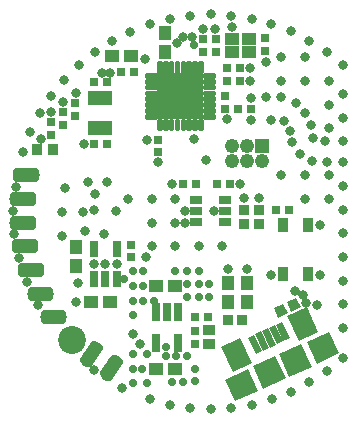
<source format=gbr>
G04 EAGLE Gerber RS-274X export*
G75*
%MOMM*%
%FSLAX34Y34*%
%LPD*%
%INSoldermask Top*%
%IPPOS*%
%AMOC8*
5,1,8,0,0,1.08239X$1,22.5*%
G01*
%ADD10R,0.753200X1.403200*%
%ADD11R,0.803200X0.803200*%
%ADD12R,1.103200X1.253200*%
%ADD13R,1.253200X1.103200*%
%ADD14R,0.711200X1.512800*%
%ADD15C,0.697853*%
%ADD16R,1.016000X0.863600*%
%ADD17R,0.914400X0.482600*%
%ADD18R,0.863600X1.244600*%
%ADD19R,0.997700X0.710400*%
%ADD20R,0.903200X0.903200*%
%ADD21R,1.243200X1.243200*%
%ADD22C,1.243200*%
%ADD23R,0.609600X1.549400*%
%ADD24R,2.311400X1.803400*%
%ADD25R,2.006600X2.108200*%
%ADD26R,2.108200X2.108200*%
%ADD27R,1.153200X1.053200*%
%ADD28R,2.003200X1.203200*%
%ADD29C,0.352238*%
%ADD30R,3.853200X3.853200*%
%ADD31C,0.803200*%
%ADD32R,0.903200X0.903200*%
%ADD33C,2.362200*%
%ADD34C,0.703200*%


D10*
X101500Y142000D03*
X111000Y142000D03*
X120500Y142000D03*
X120500Y168000D03*
X101500Y168000D03*
D11*
X133000Y171500D03*
X133000Y160500D03*
D12*
X86000Y169000D03*
X86000Y153000D03*
D13*
X115000Y123000D03*
X99000Y123000D03*
D12*
X231000Y123000D03*
X231000Y139000D03*
D14*
X172500Y113954D03*
X163000Y113954D03*
X153500Y113954D03*
X153500Y88046D03*
X172500Y88046D03*
D15*
X105718Y83491D02*
X97084Y71160D01*
X92944Y74059D01*
X101578Y86390D01*
X105718Y83491D01*
X101726Y77790D02*
X95556Y77790D01*
X100199Y84420D02*
X104391Y84420D01*
X122386Y71868D02*
X113752Y59537D01*
X109612Y62436D01*
X118246Y74767D01*
X122386Y71868D01*
X118394Y66167D02*
X112224Y66167D01*
X116867Y72797D02*
X121059Y72797D01*
D11*
X187000Y98500D03*
X187000Y87500D03*
X197500Y110000D03*
X186500Y110000D03*
D16*
X199000Y98969D03*
X199000Y87031D03*
D13*
X154000Y136000D03*
X170000Y136000D03*
X154000Y66000D03*
X170000Y66000D03*
D17*
X53269Y254375D03*
X53269Y249625D03*
X66731Y249625D03*
X66731Y254375D03*
D11*
X65000Y264500D03*
X65000Y275500D03*
X85000Y280500D03*
X85000Y291500D03*
X75000Y272500D03*
X75000Y283500D03*
D18*
X261250Y146250D03*
X282750Y146250D03*
X282750Y187750D03*
X261250Y187750D03*
D19*
X187519Y209500D03*
X187519Y200000D03*
X187519Y190500D03*
X212482Y190500D03*
X212482Y200000D03*
X212482Y209500D03*
D20*
X241000Y189000D03*
X241000Y201000D03*
X228000Y189000D03*
X228000Y201000D03*
D11*
X187500Y223000D03*
X176500Y223000D03*
X205500Y223000D03*
X216500Y223000D03*
D21*
X243700Y255000D03*
D22*
X243700Y242300D03*
X231000Y255000D03*
X231000Y242300D03*
X218300Y255000D03*
X218300Y242300D03*
D23*
G36*
X243692Y81250D02*
X238167Y78674D01*
X231620Y92716D01*
X237145Y95292D01*
X243692Y81250D01*
G37*
G36*
X249583Y83997D02*
X244058Y81421D01*
X237511Y95463D01*
X243036Y98039D01*
X249583Y83997D01*
G37*
G36*
X255474Y86744D02*
X249949Y84168D01*
X243402Y98210D01*
X248927Y100786D01*
X255474Y86744D01*
G37*
G36*
X261365Y89491D02*
X255840Y86915D01*
X249293Y100957D01*
X254818Y103533D01*
X261365Y89491D01*
G37*
G36*
X267256Y92238D02*
X261731Y89662D01*
X255184Y103704D01*
X260709Y106280D01*
X267256Y92238D01*
G37*
D24*
G36*
X225158Y92527D02*
X234927Y71580D01*
X218584Y63959D01*
X208815Y84906D01*
X225158Y92527D01*
G37*
G36*
X281349Y118730D02*
X291118Y97783D01*
X274775Y90162D01*
X265006Y111109D01*
X281349Y118730D01*
G37*
D25*
G36*
X231617Y65721D02*
X240097Y47536D01*
X220991Y38627D01*
X212511Y56812D01*
X231617Y65721D01*
G37*
G36*
X300496Y97840D02*
X308976Y79655D01*
X289870Y70746D01*
X281390Y88931D01*
X300496Y97840D01*
G37*
D26*
G36*
X254966Y77170D02*
X263876Y58064D01*
X244770Y49154D01*
X235860Y68260D01*
X254966Y77170D01*
G37*
G36*
X276717Y87313D02*
X285627Y68207D01*
X266521Y59297D01*
X257611Y78403D01*
X276717Y87313D01*
G37*
D27*
X232750Y345900D03*
X218250Y345900D03*
X218250Y334400D03*
X232750Y334400D03*
D11*
X223000Y286400D03*
X234000Y286400D03*
X204500Y334650D03*
X204500Y345650D03*
X246470Y346140D03*
X246470Y335140D03*
X212500Y286400D03*
X212500Y297400D03*
X135000Y317900D03*
X124000Y317900D03*
X155250Y260400D03*
X155250Y249400D03*
X193500Y334650D03*
X193500Y345650D03*
X214250Y309900D03*
X225250Y309900D03*
X214250Y321150D03*
X225250Y321150D03*
D13*
X132500Y330900D03*
X116500Y330900D03*
D12*
X161500Y334900D03*
X161500Y350900D03*
D28*
X106500Y295400D03*
X106500Y270400D03*
D11*
X101000Y308900D03*
X112000Y308900D03*
X101000Y256900D03*
X112000Y256900D03*
D29*
X146495Y313645D02*
X146495Y315155D01*
X153505Y315155D01*
X153505Y313645D01*
X146495Y313645D01*
X153505Y310155D02*
X153505Y308645D01*
X146495Y308645D01*
X146495Y310155D01*
X153505Y310155D01*
X153505Y305155D02*
X153505Y303645D01*
X146495Y303645D01*
X146495Y305155D01*
X153505Y305155D01*
X153505Y300155D02*
X153505Y298645D01*
X146495Y298645D01*
X146495Y300155D01*
X153505Y300155D01*
X153505Y295155D02*
X153505Y293645D01*
X146495Y293645D01*
X146495Y295155D01*
X153505Y295155D01*
X153505Y290155D02*
X153505Y288645D01*
X146495Y288645D01*
X146495Y290155D01*
X153505Y290155D01*
X153505Y285155D02*
X153505Y283645D01*
X146495Y283645D01*
X146495Y285155D01*
X153505Y285155D01*
X153505Y280155D02*
X153505Y278645D01*
X146495Y278645D01*
X146495Y280155D01*
X153505Y280155D01*
X156245Y275905D02*
X157755Y275905D01*
X157755Y268895D01*
X156245Y268895D01*
X156245Y275905D01*
X156245Y272241D02*
X157755Y272241D01*
X157755Y275587D02*
X156245Y275587D01*
X161245Y275905D02*
X162755Y275905D01*
X162755Y268895D01*
X161245Y268895D01*
X161245Y275905D01*
X161245Y272241D02*
X162755Y272241D01*
X162755Y275587D02*
X161245Y275587D01*
X166245Y275905D02*
X167755Y275905D01*
X167755Y268895D01*
X166245Y268895D01*
X166245Y275905D01*
X166245Y272241D02*
X167755Y272241D01*
X167755Y275587D02*
X166245Y275587D01*
X171245Y275905D02*
X172755Y275905D01*
X172755Y268895D01*
X171245Y268895D01*
X171245Y275905D01*
X171245Y272241D02*
X172755Y272241D01*
X172755Y275587D02*
X171245Y275587D01*
X176245Y275905D02*
X177755Y275905D01*
X177755Y268895D01*
X176245Y268895D01*
X176245Y275905D01*
X176245Y272241D02*
X177755Y272241D01*
X177755Y275587D02*
X176245Y275587D01*
X181245Y275905D02*
X182755Y275905D01*
X182755Y268895D01*
X181245Y268895D01*
X181245Y275905D01*
X181245Y272241D02*
X182755Y272241D01*
X182755Y275587D02*
X181245Y275587D01*
X186245Y275905D02*
X187755Y275905D01*
X187755Y268895D01*
X186245Y268895D01*
X186245Y275905D01*
X186245Y272241D02*
X187755Y272241D01*
X187755Y275587D02*
X186245Y275587D01*
X191245Y275905D02*
X192755Y275905D01*
X192755Y268895D01*
X191245Y268895D01*
X191245Y275905D01*
X191245Y272241D02*
X192755Y272241D01*
X192755Y275587D02*
X191245Y275587D01*
X195495Y278645D02*
X195495Y280155D01*
X202505Y280155D01*
X202505Y278645D01*
X195495Y278645D01*
X195495Y283645D02*
X195495Y285155D01*
X202505Y285155D01*
X202505Y283645D01*
X195495Y283645D01*
X195495Y288645D02*
X195495Y290155D01*
X202505Y290155D01*
X202505Y288645D01*
X195495Y288645D01*
X195495Y293645D02*
X195495Y295155D01*
X202505Y295155D01*
X202505Y293645D01*
X195495Y293645D01*
X195495Y298645D02*
X195495Y300155D01*
X202505Y300155D01*
X202505Y298645D01*
X195495Y298645D01*
X195495Y303645D02*
X195495Y305155D01*
X202505Y305155D01*
X202505Y303645D01*
X195495Y303645D01*
X195495Y308645D02*
X195495Y310155D01*
X202505Y310155D01*
X202505Y308645D01*
X195495Y308645D01*
X195495Y313645D02*
X195495Y315155D01*
X202505Y315155D01*
X202505Y313645D01*
X195495Y313645D01*
X192755Y317895D02*
X191245Y317895D01*
X191245Y324905D01*
X192755Y324905D01*
X192755Y317895D01*
X192755Y321241D02*
X191245Y321241D01*
X191245Y324587D02*
X192755Y324587D01*
X187755Y317895D02*
X186245Y317895D01*
X186245Y324905D01*
X187755Y324905D01*
X187755Y317895D01*
X187755Y321241D02*
X186245Y321241D01*
X186245Y324587D02*
X187755Y324587D01*
X182755Y317895D02*
X181245Y317895D01*
X181245Y324905D01*
X182755Y324905D01*
X182755Y317895D01*
X182755Y321241D02*
X181245Y321241D01*
X181245Y324587D02*
X182755Y324587D01*
X177755Y317895D02*
X176245Y317895D01*
X176245Y324905D01*
X177755Y324905D01*
X177755Y317895D01*
X177755Y321241D02*
X176245Y321241D01*
X176245Y324587D02*
X177755Y324587D01*
X172755Y317895D02*
X171245Y317895D01*
X171245Y324905D01*
X172755Y324905D01*
X172755Y317895D01*
X172755Y321241D02*
X171245Y321241D01*
X171245Y324587D02*
X172755Y324587D01*
X167755Y317895D02*
X166245Y317895D01*
X166245Y324905D01*
X167755Y324905D01*
X167755Y317895D01*
X167755Y321241D02*
X166245Y321241D01*
X166245Y324587D02*
X167755Y324587D01*
X162755Y317895D02*
X161245Y317895D01*
X161245Y324905D01*
X162755Y324905D01*
X162755Y317895D01*
X162755Y321241D02*
X161245Y321241D01*
X161245Y324587D02*
X162755Y324587D01*
X157755Y317895D02*
X156245Y317895D01*
X156245Y324905D01*
X157755Y324905D01*
X157755Y317895D01*
X157755Y321241D02*
X156245Y321241D01*
X156245Y324587D02*
X157755Y324587D01*
D30*
X174500Y296900D03*
D31*
X164500Y306900D03*
X174500Y306900D03*
X184500Y306900D03*
X164500Y296900D03*
X174500Y296900D03*
X184500Y296900D03*
X164500Y286900D03*
X174500Y286900D03*
X184500Y286900D03*
D15*
X51527Y227473D02*
X36473Y227473D01*
X36473Y232527D01*
X51527Y232527D01*
X51527Y227473D01*
X48527Y207473D02*
X33473Y207473D01*
X33473Y212527D01*
X48527Y212527D01*
X48527Y207473D01*
X48473Y127473D02*
X63527Y127473D01*
X48473Y127473D02*
X48473Y132527D01*
X63527Y132527D01*
X63527Y127473D01*
X59473Y107473D02*
X74527Y107473D01*
X59473Y107473D02*
X59473Y112527D01*
X74527Y112527D01*
X74527Y107473D01*
X48527Y187473D02*
X33473Y187473D01*
X33473Y192527D01*
X48527Y192527D01*
X48527Y187473D01*
X50527Y167473D02*
X35473Y167473D01*
X35473Y172527D01*
X50527Y172527D01*
X50527Y167473D01*
X55527Y147473D02*
X40473Y147473D01*
X40473Y152527D01*
X55527Y152527D01*
X55527Y147473D01*
D20*
X227000Y108000D03*
X215000Y108000D03*
D32*
G36*
X265563Y113280D02*
X257378Y109463D01*
X253561Y117648D01*
X261746Y121465D01*
X265563Y113280D01*
G37*
G36*
X276439Y118352D02*
X268254Y114535D01*
X264437Y122720D01*
X272622Y126537D01*
X276439Y118352D01*
G37*
D11*
X266500Y201000D03*
X255500Y201000D03*
D12*
X215000Y123000D03*
X215000Y139000D03*
D33*
X83000Y91000D03*
D31*
X178000Y190000D03*
X241000Y211000D03*
X228000Y211000D03*
D34*
X171000Y77000D03*
X167000Y55000D03*
X180000Y127000D03*
X190000Y127000D03*
X199000Y127000D03*
X180000Y138000D03*
X199000Y138000D03*
X180000Y149000D03*
X170000Y149000D03*
X190000Y149000D03*
X190000Y138000D03*
X177000Y55000D03*
X187000Y56000D03*
X187000Y66000D03*
X180000Y77000D03*
D31*
X92500Y256900D03*
X107800Y317100D03*
X114900Y317100D03*
X193500Y354150D03*
X233500Y321150D03*
X233500Y309900D03*
X246660Y326290D03*
X218280Y355710D03*
X203500Y354150D03*
X155260Y240950D03*
X234500Y276900D03*
X234500Y295900D03*
X213500Y277900D03*
X251000Y277000D03*
X262000Y276000D03*
X267000Y268000D03*
X269000Y258000D03*
X276000Y248000D03*
X286000Y242000D03*
X299000Y241000D03*
X297000Y259000D03*
X287000Y262000D03*
X285000Y273000D03*
X280000Y283000D03*
X272000Y291000D03*
X260000Y296000D03*
X247000Y296000D03*
X178000Y200000D03*
X111000Y155000D03*
X101000Y155000D03*
X121000Y155000D03*
X94798Y71987D03*
X103975Y85094D03*
X99387Y78540D03*
X86000Y123000D03*
X67000Y110000D03*
X74000Y110000D03*
X60000Y110000D03*
X88000Y139000D03*
X215000Y151000D03*
X231000Y151000D03*
X200000Y366250D03*
X217555Y365293D03*
X234770Y362516D03*
X251556Y358100D03*
X267927Y351843D03*
X283554Y343815D03*
X298167Y334401D03*
X311756Y323407D03*
X311865Y75214D03*
X298286Y64209D03*
X283631Y54682D03*
X268061Y46740D03*
X251746Y40469D03*
X234864Y35938D03*
X217602Y33196D03*
X200147Y32274D03*
X182692Y33181D03*
X165427Y35907D03*
X148541Y40424D03*
X125220Y49680D03*
X100980Y65122D03*
X41236Y249794D03*
X47492Y267115D03*
X55421Y282692D03*
X64934Y297355D03*
X75928Y310944D03*
X88282Y323309D03*
X101861Y334315D03*
X116516Y343841D03*
X132086Y351783D03*
X148401Y358054D03*
X165283Y362586D03*
X182545Y365328D03*
X271600Y132500D03*
X293000Y146000D03*
X251000Y146000D03*
X293000Y188000D03*
X312000Y241000D03*
X312000Y221000D03*
X312000Y201000D03*
X312000Y181000D03*
X312000Y161000D03*
X312000Y141000D03*
X312000Y121000D03*
X312000Y101000D03*
X312000Y259000D03*
X312000Y279000D03*
X312000Y299000D03*
X92000Y199000D03*
X94000Y183000D03*
X77000Y219000D03*
X74000Y199000D03*
X74000Y179000D03*
X96000Y224000D03*
X112000Y224000D03*
X102000Y214000D03*
X203000Y200000D03*
X45000Y140000D03*
X54000Y120000D03*
X38000Y160000D03*
X34000Y180000D03*
X33000Y200000D03*
X35000Y220000D03*
D34*
X162000Y77000D03*
X162000Y85000D03*
D31*
X145000Y161000D03*
X110000Y180000D03*
X130000Y210000D03*
X150000Y210000D03*
X170000Y210000D03*
X150000Y190000D03*
X170000Y190000D03*
X150000Y170000D03*
X170000Y170000D03*
X190000Y170000D03*
X120000Y200000D03*
X210000Y170000D03*
X290000Y120000D03*
X280000Y230000D03*
X280000Y210000D03*
X300000Y210000D03*
X300000Y230000D03*
X260000Y230000D03*
X300000Y270000D03*
X300000Y290000D03*
X300000Y310000D03*
X280000Y310000D03*
X260000Y310000D03*
X260000Y330000D03*
X280000Y330000D03*
X278000Y129000D03*
X281000Y122000D03*
X186000Y261000D03*
X196000Y243000D03*
X146500Y259900D03*
X144500Y328900D03*
D34*
X185750Y340190D03*
D31*
X56510Y260500D03*
X225000Y223000D03*
X167750Y222750D03*
X101500Y200700D03*
X56000Y130000D03*
X63000Y130000D03*
X49000Y130000D03*
X184500Y347500D03*
X65000Y284000D03*
X177000Y347000D03*
X75100Y291900D03*
X171500Y341893D03*
X85792Y299682D03*
D34*
X146000Y79000D03*
X142000Y66000D03*
X146000Y54000D03*
X134000Y54000D03*
X134000Y66000D03*
X134000Y79000D03*
D31*
X134000Y96000D03*
X140000Y87000D03*
D34*
X143000Y124000D03*
X134000Y124000D03*
X143000Y136000D03*
X134000Y136000D03*
X143000Y149000D03*
X134000Y149000D03*
X152000Y124000D03*
X134000Y112000D03*
X127000Y142000D03*
D31*
X115770Y67069D03*
X111181Y60516D03*
X120358Y73622D03*
X41000Y210000D03*
X48000Y210000D03*
X34000Y210000D03*
X41000Y190000D03*
X48000Y190000D03*
X34000Y190000D03*
X48000Y150000D03*
X55000Y150000D03*
X41000Y150000D03*
X43000Y170000D03*
X50000Y170000D03*
X36000Y170000D03*
X44000Y230000D03*
X37000Y230000D03*
X51000Y230000D03*
M02*

</source>
